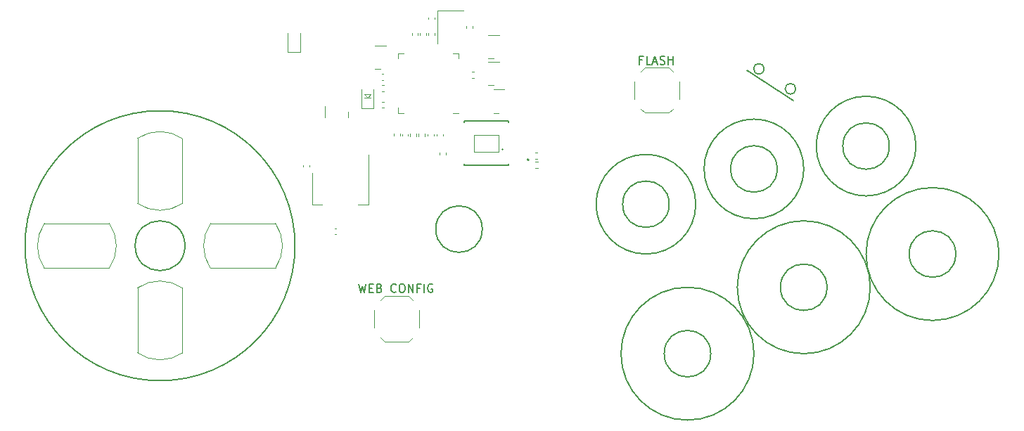
<source format=gto>
G04 #@! TF.GenerationSoftware,KiCad,Pcbnew,7.0.9*
G04 #@! TF.CreationDate,2023-12-20T17:08:32-07:00*
G04 #@! TF.ProjectId,genesis-6_controller_pcb,67656e65-7369-4732-9d36-5f636f6e7472,4a*
G04 #@! TF.SameCoordinates,Original*
G04 #@! TF.FileFunction,Legend,Top*
G04 #@! TF.FilePolarity,Positive*
%FSLAX46Y46*%
G04 Gerber Fmt 4.6, Leading zero omitted, Abs format (unit mm)*
G04 Created by KiCad (PCBNEW 7.0.9) date 2023-12-20 17:08:32*
%MOMM*%
%LPD*%
G01*
G04 APERTURE LIST*
%ADD10C,0.150000*%
%ADD11C,0.120000*%
%ADD12C,0.127000*%
%ADD13C,0.200000*%
G04 APERTURE END LIST*
D10*
X196540312Y-111100000D02*
G75*
G03*
X196540312Y-111100000I-640312J0D01*
G01*
X184500000Y-125000000D02*
G75*
G03*
X184500000Y-125000000I-6000000J0D01*
G01*
X136250000Y-130000000D02*
G75*
G03*
X136250000Y-130000000I-16250000J0D01*
G01*
X123010000Y-130000000D02*
G75*
G03*
X123010000Y-130000000I-3000000J0D01*
G01*
X191500000Y-143000000D02*
G75*
G03*
X191500000Y-143000000I-8000000J0D01*
G01*
X205500000Y-135000000D02*
G75*
G03*
X205500000Y-135000000I-8000000J0D01*
G01*
X192740312Y-108700000D02*
G75*
G03*
X192740312Y-108700000I-640312J0D01*
G01*
X211000000Y-118000000D02*
G75*
G03*
X211000000Y-118000000I-6000000J0D01*
G01*
X190680000Y-108900000D02*
X196270000Y-112530000D01*
X221000000Y-131000000D02*
G75*
G03*
X221000000Y-131000000I-8000000J0D01*
G01*
X197500000Y-120750000D02*
G75*
G03*
X197500000Y-120750000I-6000000J0D01*
G01*
X143941541Y-134609819D02*
X144179636Y-135609819D01*
X144179636Y-135609819D02*
X144370112Y-134895533D01*
X144370112Y-134895533D02*
X144560588Y-135609819D01*
X144560588Y-135609819D02*
X144798684Y-134609819D01*
X145179636Y-135086009D02*
X145512969Y-135086009D01*
X145655826Y-135609819D02*
X145179636Y-135609819D01*
X145179636Y-135609819D02*
X145179636Y-134609819D01*
X145179636Y-134609819D02*
X145655826Y-134609819D01*
X146417731Y-135086009D02*
X146560588Y-135133628D01*
X146560588Y-135133628D02*
X146608207Y-135181247D01*
X146608207Y-135181247D02*
X146655826Y-135276485D01*
X146655826Y-135276485D02*
X146655826Y-135419342D01*
X146655826Y-135419342D02*
X146608207Y-135514580D01*
X146608207Y-135514580D02*
X146560588Y-135562200D01*
X146560588Y-135562200D02*
X146465350Y-135609819D01*
X146465350Y-135609819D02*
X146084398Y-135609819D01*
X146084398Y-135609819D02*
X146084398Y-134609819D01*
X146084398Y-134609819D02*
X146417731Y-134609819D01*
X146417731Y-134609819D02*
X146512969Y-134657438D01*
X146512969Y-134657438D02*
X146560588Y-134705057D01*
X146560588Y-134705057D02*
X146608207Y-134800295D01*
X146608207Y-134800295D02*
X146608207Y-134895533D01*
X146608207Y-134895533D02*
X146560588Y-134990771D01*
X146560588Y-134990771D02*
X146512969Y-135038390D01*
X146512969Y-135038390D02*
X146417731Y-135086009D01*
X146417731Y-135086009D02*
X146084398Y-135086009D01*
X148417731Y-135514580D02*
X148370112Y-135562200D01*
X148370112Y-135562200D02*
X148227255Y-135609819D01*
X148227255Y-135609819D02*
X148132017Y-135609819D01*
X148132017Y-135609819D02*
X147989160Y-135562200D01*
X147989160Y-135562200D02*
X147893922Y-135466961D01*
X147893922Y-135466961D02*
X147846303Y-135371723D01*
X147846303Y-135371723D02*
X147798684Y-135181247D01*
X147798684Y-135181247D02*
X147798684Y-135038390D01*
X147798684Y-135038390D02*
X147846303Y-134847914D01*
X147846303Y-134847914D02*
X147893922Y-134752676D01*
X147893922Y-134752676D02*
X147989160Y-134657438D01*
X147989160Y-134657438D02*
X148132017Y-134609819D01*
X148132017Y-134609819D02*
X148227255Y-134609819D01*
X148227255Y-134609819D02*
X148370112Y-134657438D01*
X148370112Y-134657438D02*
X148417731Y-134705057D01*
X149036779Y-134609819D02*
X149227255Y-134609819D01*
X149227255Y-134609819D02*
X149322493Y-134657438D01*
X149322493Y-134657438D02*
X149417731Y-134752676D01*
X149417731Y-134752676D02*
X149465350Y-134943152D01*
X149465350Y-134943152D02*
X149465350Y-135276485D01*
X149465350Y-135276485D02*
X149417731Y-135466961D01*
X149417731Y-135466961D02*
X149322493Y-135562200D01*
X149322493Y-135562200D02*
X149227255Y-135609819D01*
X149227255Y-135609819D02*
X149036779Y-135609819D01*
X149036779Y-135609819D02*
X148941541Y-135562200D01*
X148941541Y-135562200D02*
X148846303Y-135466961D01*
X148846303Y-135466961D02*
X148798684Y-135276485D01*
X148798684Y-135276485D02*
X148798684Y-134943152D01*
X148798684Y-134943152D02*
X148846303Y-134752676D01*
X148846303Y-134752676D02*
X148941541Y-134657438D01*
X148941541Y-134657438D02*
X149036779Y-134609819D01*
X149893922Y-135609819D02*
X149893922Y-134609819D01*
X149893922Y-134609819D02*
X150465350Y-135609819D01*
X150465350Y-135609819D02*
X150465350Y-134609819D01*
X151274874Y-135086009D02*
X150941541Y-135086009D01*
X150941541Y-135609819D02*
X150941541Y-134609819D01*
X150941541Y-134609819D02*
X151417731Y-134609819D01*
X151798684Y-135609819D02*
X151798684Y-134609819D01*
X152798683Y-134657438D02*
X152703445Y-134609819D01*
X152703445Y-134609819D02*
X152560588Y-134609819D01*
X152560588Y-134609819D02*
X152417731Y-134657438D01*
X152417731Y-134657438D02*
X152322493Y-134752676D01*
X152322493Y-134752676D02*
X152274874Y-134847914D01*
X152274874Y-134847914D02*
X152227255Y-135038390D01*
X152227255Y-135038390D02*
X152227255Y-135181247D01*
X152227255Y-135181247D02*
X152274874Y-135371723D01*
X152274874Y-135371723D02*
X152322493Y-135466961D01*
X152322493Y-135466961D02*
X152417731Y-135562200D01*
X152417731Y-135562200D02*
X152560588Y-135609819D01*
X152560588Y-135609819D02*
X152655826Y-135609819D01*
X152655826Y-135609819D02*
X152798683Y-135562200D01*
X152798683Y-135562200D02*
X152846302Y-135514580D01*
X152846302Y-135514580D02*
X152846302Y-135181247D01*
X152846302Y-135181247D02*
X152655826Y-135181247D01*
X178070112Y-107646009D02*
X177736779Y-107646009D01*
X177736779Y-108169819D02*
X177736779Y-107169819D01*
X177736779Y-107169819D02*
X178212969Y-107169819D01*
X179070112Y-108169819D02*
X178593922Y-108169819D01*
X178593922Y-108169819D02*
X178593922Y-107169819D01*
X179355827Y-107884104D02*
X179832017Y-107884104D01*
X179260589Y-108169819D02*
X179593922Y-107169819D01*
X179593922Y-107169819D02*
X179927255Y-108169819D01*
X180212970Y-108122200D02*
X180355827Y-108169819D01*
X180355827Y-108169819D02*
X180593922Y-108169819D01*
X180593922Y-108169819D02*
X180689160Y-108122200D01*
X180689160Y-108122200D02*
X180736779Y-108074580D01*
X180736779Y-108074580D02*
X180784398Y-107979342D01*
X180784398Y-107979342D02*
X180784398Y-107884104D01*
X180784398Y-107884104D02*
X180736779Y-107788866D01*
X180736779Y-107788866D02*
X180689160Y-107741247D01*
X180689160Y-107741247D02*
X180593922Y-107693628D01*
X180593922Y-107693628D02*
X180403446Y-107646009D01*
X180403446Y-107646009D02*
X180308208Y-107598390D01*
X180308208Y-107598390D02*
X180260589Y-107550771D01*
X180260589Y-107550771D02*
X180212970Y-107455533D01*
X180212970Y-107455533D02*
X180212970Y-107360295D01*
X180212970Y-107360295D02*
X180260589Y-107265057D01*
X180260589Y-107265057D02*
X180308208Y-107217438D01*
X180308208Y-107217438D02*
X180403446Y-107169819D01*
X180403446Y-107169819D02*
X180641541Y-107169819D01*
X180641541Y-107169819D02*
X180784398Y-107217438D01*
X181212970Y-108169819D02*
X181212970Y-107169819D01*
X181212970Y-107646009D02*
X181784398Y-107646009D01*
X181784398Y-108169819D02*
X181784398Y-107169819D01*
D11*
X145110000Y-119000000D02*
X145110000Y-125010000D01*
X138290000Y-121250000D02*
X138290000Y-125010000D01*
X145110000Y-125010000D02*
X143850000Y-125010000D01*
X138290000Y-125010000D02*
X139550000Y-125010000D01*
X146923232Y-110049604D02*
X146707560Y-110049604D01*
X146923232Y-109329604D02*
X146707560Y-109329604D01*
X153670000Y-119027836D02*
X153670000Y-118812164D01*
X154390000Y-119027836D02*
X154390000Y-118812164D01*
X147190396Y-105939604D02*
X145890396Y-105939604D01*
X146540396Y-108739604D02*
X145890396Y-108739604D01*
X161434891Y-111202551D02*
X160134891Y-111202551D01*
X160784891Y-114002551D02*
X160134891Y-114002551D01*
D10*
X158800000Y-128000000D02*
G75*
G03*
X158800000Y-128000000I-2800000J0D01*
G01*
X181300000Y-125000000D02*
G75*
G03*
X181300000Y-125000000I-2800000J0D01*
G01*
X215800000Y-131000000D02*
G75*
G03*
X215800000Y-131000000I-2800000J0D01*
G01*
D11*
X177120000Y-112310000D02*
X177120000Y-110230000D01*
X178390000Y-108550000D02*
X177900000Y-109040000D01*
X178390000Y-108550000D02*
X181290000Y-108550000D01*
X178390000Y-113990000D02*
X177900000Y-113500000D01*
X178390000Y-113990000D02*
X181290000Y-113990000D01*
X181290000Y-108550000D02*
X181780000Y-109040000D01*
X181290000Y-113990000D02*
X181780000Y-113500000D01*
X182560000Y-112310000D02*
X182560000Y-110230000D01*
X152295396Y-104673245D02*
X152295396Y-104365963D01*
X153055396Y-104673245D02*
X153055396Y-104365963D01*
D10*
X207800000Y-118000000D02*
G75*
G03*
X207800000Y-118000000I-2800000J0D01*
G01*
D11*
X146671755Y-110649604D02*
X146979037Y-110649604D01*
X146671755Y-111409604D02*
X146979037Y-111409604D01*
X150115396Y-116812740D02*
X150115396Y-116505458D01*
X150875396Y-116812740D02*
X150875396Y-116505458D01*
X146933232Y-113399604D02*
X146717560Y-113399604D01*
X146933232Y-112679604D02*
X146717560Y-112679604D01*
X145800000Y-139850000D02*
X145800000Y-137770000D01*
X147070000Y-136090000D02*
X146580000Y-136580000D01*
X147070000Y-136090000D02*
X149970000Y-136090000D01*
X147070000Y-141530000D02*
X146580000Y-141040000D01*
X147070000Y-141530000D02*
X149970000Y-141530000D01*
X149970000Y-136090000D02*
X150460000Y-136580000D01*
X149970000Y-141530000D02*
X150460000Y-141040000D01*
X151240000Y-139850000D02*
X151240000Y-137770000D01*
X117300000Y-124900000D02*
X117300000Y-117068426D01*
X122700000Y-124900000D02*
X122700000Y-117100000D01*
X117300000Y-124900000D02*
G75*
G03*
X122700000Y-124900000I2700000J3900000D01*
G01*
X122700000Y-117100000D02*
G75*
G03*
X117300000Y-117068427I-2723093J-3933782D01*
G01*
X157577560Y-109059604D02*
X157793232Y-109059604D01*
X157577560Y-109779604D02*
X157793232Y-109779604D01*
X141232836Y-128630000D02*
X141017164Y-128630000D01*
X141232836Y-127910000D02*
X141017164Y-127910000D01*
X152965396Y-116541768D02*
X152965396Y-116757440D01*
X152245396Y-116541768D02*
X152245396Y-116757440D01*
X139825000Y-113225000D02*
X139825000Y-114525000D01*
X142625000Y-113875000D02*
X142625000Y-114525000D01*
X165483641Y-120670000D02*
X165176359Y-120670000D01*
X165483641Y-119910000D02*
X165176359Y-119910000D01*
D10*
X200300000Y-135000000D02*
G75*
G03*
X200300000Y-135000000I-2800000J0D01*
G01*
D11*
X160835396Y-107859604D02*
X159535396Y-107859604D01*
X160185396Y-110659604D02*
X159535396Y-110659604D01*
X151115396Y-116812740D02*
X151115396Y-116505458D01*
X151875396Y-116812740D02*
X151875396Y-116505458D01*
X148885396Y-116521768D02*
X148885396Y-116737440D01*
X148165396Y-116521768D02*
X148165396Y-116737440D01*
X144252179Y-113482104D02*
X145722179Y-113482104D01*
X145722179Y-113482104D02*
X145722179Y-111197104D01*
X144987179Y-112197104D02*
X144587179Y-111797104D01*
X145387179Y-112197104D02*
X144587179Y-112197104D01*
X144587179Y-111797104D02*
X145387179Y-111797104D01*
X145387179Y-111797104D02*
X144987179Y-112197104D01*
X144252179Y-111197104D02*
X144252179Y-113482104D01*
X117300000Y-142900000D02*
X117300000Y-135068426D01*
X122700000Y-142900000D02*
X122700000Y-135100000D01*
X117300000Y-142900000D02*
G75*
G03*
X122700000Y-142900000I2700000J3900000D01*
G01*
X122700000Y-135100000D02*
G75*
G03*
X117300000Y-135068427I-2723093J-3933782D01*
G01*
X135394891Y-106657551D02*
X136864891Y-106657551D01*
X136864891Y-106657551D02*
X136864891Y-104372551D01*
X135394891Y-104372551D02*
X135394891Y-106657551D01*
X113900000Y-132700000D02*
X106068426Y-132700000D01*
X113900000Y-127300000D02*
X106100000Y-127300000D01*
X113900000Y-132700000D02*
G75*
G03*
X113900000Y-127300000I-3900000J2700000D01*
G01*
X106100000Y-127300000D02*
G75*
G03*
X106068427Y-132700000I3933782J-2723093D01*
G01*
X153035396Y-102492164D02*
X153035396Y-102707836D01*
X152315396Y-102492164D02*
X152315396Y-102707836D01*
D10*
X186300000Y-143000000D02*
G75*
G03*
X186300000Y-143000000I-2800000J0D01*
G01*
D12*
X161975000Y-120350000D02*
X161975000Y-120170000D01*
X161975000Y-120350000D02*
X156595000Y-120350000D01*
X161975000Y-115150000D02*
X161975000Y-114970000D01*
X161975000Y-114970000D02*
X156595000Y-114970000D01*
X156595000Y-120350000D02*
X156595000Y-120170000D01*
X156595000Y-115150000D02*
X156595000Y-114970000D01*
D11*
X160785000Y-118660000D02*
X157785000Y-118660000D01*
X157785000Y-118660000D02*
X157785000Y-116660000D01*
X157785000Y-116660000D02*
X160785000Y-116660000D01*
X160785000Y-116660000D02*
X160785000Y-118660000D01*
D13*
X164385000Y-119660000D02*
G75*
G03*
X164385000Y-119660000I-100000J0D01*
G01*
D11*
X161346803Y-118410000D02*
G75*
G03*
X161346803Y-118410000I-111803J0D01*
G01*
X156525000Y-101675000D02*
X153375000Y-101675000D01*
X153375000Y-101675000D02*
X153375000Y-105675000D01*
X151305396Y-104627440D02*
X151305396Y-104411768D01*
X152025396Y-104627440D02*
X152025396Y-104411768D01*
X157610000Y-103567164D02*
X157610000Y-103782836D01*
X156890000Y-103567164D02*
X156890000Y-103782836D01*
X133900000Y-132700000D02*
X126068426Y-132700000D01*
X133900000Y-127300000D02*
X126100000Y-127300000D01*
X133900000Y-132700000D02*
G75*
G03*
X133900000Y-127300000I-3900000J2700000D01*
G01*
X126100000Y-127300000D02*
G75*
G03*
X126068427Y-132700000I3933782J-2723093D01*
G01*
X155900396Y-106814099D02*
X155900396Y-107464099D01*
X155250396Y-114034099D02*
X155900396Y-114034099D01*
X155250396Y-106814099D02*
X155900396Y-106814099D01*
X149330396Y-114034099D02*
X148680396Y-114034099D01*
X149330396Y-106814099D02*
X148680396Y-106814099D01*
X148680396Y-114034099D02*
X148680396Y-113384099D01*
X148680396Y-106814099D02*
X148680396Y-107464099D01*
X149865396Y-116551768D02*
X149865396Y-116767440D01*
X149145396Y-116551768D02*
X149145396Y-116767440D01*
X137960000Y-120292164D02*
X137960000Y-120507836D01*
X137240000Y-120292164D02*
X137240000Y-120507836D01*
X160835396Y-104659604D02*
X159535396Y-104659604D01*
X160185396Y-107459604D02*
X159535396Y-107459604D01*
X165146359Y-118760000D02*
X165453641Y-118760000D01*
X165146359Y-119520000D02*
X165453641Y-119520000D01*
X154075396Y-116551768D02*
X154075396Y-116767440D01*
X153355396Y-116551768D02*
X153355396Y-116767440D01*
D10*
X194300000Y-120750000D02*
G75*
G03*
X194300000Y-120750000I-2800000J0D01*
G01*
D11*
X150315396Y-104627440D02*
X150315396Y-104411768D01*
X151035396Y-104627440D02*
X151035396Y-104411768D01*
M02*

</source>
